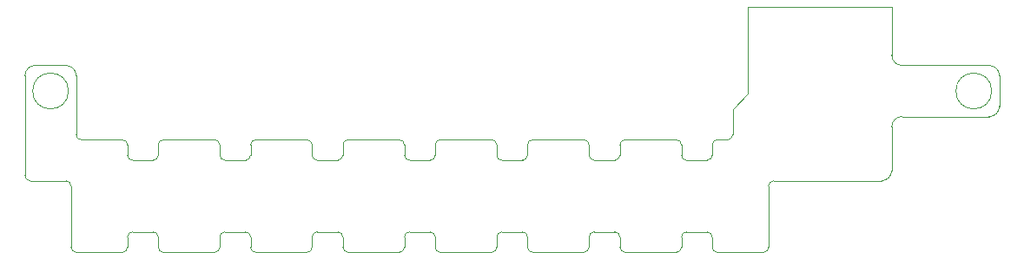
<source format=gm1>
G04 #@! TF.GenerationSoftware,KiCad,Pcbnew,(5.1.6-0-10_14)*
G04 #@! TF.CreationDate,2021-01-14T22:31:30+09:00*
G04 #@! TF.ProjectId,qPCR-photoarray-series,71504352-2d70-4686-9f74-6f6172726179,rev?*
G04 #@! TF.SameCoordinates,Original*
G04 #@! TF.FileFunction,Profile,NP*
%FSLAX46Y46*%
G04 Gerber Fmt 4.6, Leading zero omitted, Abs format (unit mm)*
G04 Created by KiCad (PCBNEW (5.1.6-0-10_14)) date 2021-01-14 22:31:30*
%MOMM*%
%LPD*%
G01*
G04 APERTURE LIST*
G04 #@! TA.AperFunction,Profile*
%ADD10C,0.100000*%
G04 #@! TD*
G04 APERTURE END LIST*
D10*
X179500000Y-100000000D02*
G75*
G02*
X179000000Y-100500000I-500000J0D01*
G01*
X178000000Y-100500000D02*
X179000000Y-100500000D01*
X115000000Y-105000000D02*
X115000000Y-111000000D01*
X111000000Y-104500000D02*
G75*
G02*
X110500000Y-104000000I0J500000D01*
G01*
X195000000Y-103500000D02*
G75*
G02*
X194000000Y-104500000I-1000000J0D01*
G01*
X183500000Y-104500000D02*
X194000000Y-104500000D01*
X175000000Y-109500000D02*
X177000000Y-109500000D01*
X166000000Y-109500000D02*
X168000000Y-109500000D01*
X157000000Y-109500000D02*
X159000000Y-109500000D01*
X148000000Y-109500000D02*
X150000000Y-109500000D01*
X139000000Y-109500000D02*
X141000000Y-109500000D01*
X130000000Y-109500000D02*
X132000000Y-109500000D01*
X121000000Y-109500000D02*
X123000000Y-109500000D01*
X111000000Y-104500000D02*
X114500000Y-104500000D01*
X121000000Y-102500000D02*
X123000000Y-102500000D01*
X130000000Y-102500000D02*
X132000000Y-102500000D01*
X139000000Y-102500000D02*
X141000000Y-102500000D01*
X150000000Y-102500000D02*
X148000000Y-102500000D01*
X159000000Y-102500000D02*
X157000000Y-102500000D01*
X168000000Y-102500000D02*
X166000000Y-102500000D01*
X177000000Y-102500000D02*
X175000000Y-102500000D01*
X116000000Y-100500000D02*
X120000000Y-100500000D01*
X177500000Y-102000000D02*
G75*
G02*
X177000000Y-102500000I-500000J0D01*
G01*
X177500000Y-101000000D02*
G75*
G02*
X178000000Y-100500000I500000J0D01*
G01*
X177500000Y-101000000D02*
X177500000Y-102000000D01*
X121000000Y-102500000D02*
G75*
G02*
X120500000Y-102000000I0J500000D01*
G01*
X120000000Y-100500000D02*
G75*
G02*
X120500000Y-101000000I0J-500000D01*
G01*
X116000000Y-100500000D02*
G75*
G02*
X115500000Y-100000000I0J500000D01*
G01*
X120500000Y-101000000D02*
X120500000Y-102000000D01*
X123500000Y-101000000D02*
X123500000Y-102000000D01*
X124000000Y-100500000D02*
X129000000Y-100500000D01*
X123500000Y-101000000D02*
G75*
G02*
X124000000Y-100500000I500000J0D01*
G01*
X130000000Y-102500000D02*
G75*
G02*
X129500000Y-102000000I0J500000D01*
G01*
X129000000Y-100500000D02*
G75*
G02*
X129500000Y-101000000I0J-500000D01*
G01*
X129500000Y-101000000D02*
X129500000Y-102000000D01*
X123500000Y-102000000D02*
G75*
G02*
X123000000Y-102500000I-500000J0D01*
G01*
X132500000Y-102000000D02*
G75*
G02*
X132000000Y-102500000I-500000J0D01*
G01*
X132500000Y-101000000D02*
G75*
G02*
X133000000Y-100500000I500000J0D01*
G01*
X133000000Y-100500000D02*
X138000000Y-100500000D01*
X138500000Y-101000000D02*
X138500000Y-102000000D01*
X139000000Y-102500000D02*
G75*
G02*
X138500000Y-102000000I0J500000D01*
G01*
X138000000Y-100500000D02*
G75*
G02*
X138500000Y-101000000I0J-500000D01*
G01*
X132500000Y-101000000D02*
X132500000Y-102000000D01*
X148000000Y-102500000D02*
G75*
G02*
X147500000Y-102000000I0J500000D01*
G01*
X141500000Y-101000000D02*
X141500000Y-102000000D01*
X147000000Y-100500000D02*
G75*
G02*
X147500000Y-101000000I0J-500000D01*
G01*
X141500000Y-102000000D02*
G75*
G02*
X141000000Y-102500000I-500000J0D01*
G01*
X147500000Y-101000000D02*
X147500000Y-102000000D01*
X142000000Y-100500000D02*
X147000000Y-100500000D01*
X141500000Y-101000000D02*
G75*
G02*
X142000000Y-100500000I500000J0D01*
G01*
X150500000Y-102000000D02*
G75*
G02*
X150000000Y-102500000I-500000J0D01*
G01*
X150500000Y-101000000D02*
G75*
G02*
X151000000Y-100500000I500000J0D01*
G01*
X151000000Y-100500000D02*
X156000000Y-100500000D01*
X156000000Y-100500000D02*
G75*
G02*
X156500000Y-101000000I0J-500000D01*
G01*
X157000000Y-102500000D02*
G75*
G02*
X156500000Y-102000000I0J500000D01*
G01*
X150500000Y-101000000D02*
X150500000Y-102000000D01*
X156500000Y-101000000D02*
X156500000Y-102000000D01*
X159500000Y-102000000D02*
G75*
G02*
X159000000Y-102500000I-500000J0D01*
G01*
X159500000Y-101000000D02*
G75*
G02*
X160000000Y-100500000I500000J0D01*
G01*
X165500000Y-101000000D02*
X165500000Y-102000000D01*
X165000000Y-100500000D02*
G75*
G02*
X165500000Y-101000000I0J-500000D01*
G01*
X160000000Y-100500000D02*
X165000000Y-100500000D01*
X166000000Y-102500000D02*
G75*
G02*
X165500000Y-102000000I0J500000D01*
G01*
X159500000Y-101000000D02*
X159500000Y-102000000D01*
X168500000Y-101000000D02*
G75*
G02*
X169000000Y-100500000I500000J0D01*
G01*
X168500000Y-102000000D02*
G75*
G02*
X168000000Y-102500000I-500000J0D01*
G01*
X175000000Y-102500000D02*
G75*
G02*
X174500000Y-102000000I0J500000D01*
G01*
X168500000Y-101000000D02*
X168500000Y-102000000D01*
X174500000Y-101000000D02*
X174500000Y-102000000D01*
X174000000Y-100500000D02*
G75*
G02*
X174500000Y-101000000I0J-500000D01*
G01*
X169000000Y-100500000D02*
X174000000Y-100500000D01*
X177000000Y-109500000D02*
G75*
G02*
X177500000Y-110000000I0J-500000D01*
G01*
X177500000Y-111000000D02*
X177500000Y-110000000D01*
X178000000Y-111500000D02*
G75*
G02*
X177500000Y-111000000I0J500000D01*
G01*
X183000000Y-105000000D02*
G75*
G02*
X183500000Y-104500000I500000J0D01*
G01*
X182500000Y-111500000D02*
X178000000Y-111500000D01*
X183000000Y-111000000D02*
X183000000Y-105000000D01*
X183000000Y-111000000D02*
G75*
G02*
X182500000Y-111500000I-500000J0D01*
G01*
X174500000Y-111000000D02*
X174500000Y-110000000D01*
X174500000Y-110000000D02*
G75*
G02*
X175000000Y-109500000I500000J0D01*
G01*
X168000000Y-109500000D02*
G75*
G02*
X168500000Y-110000000I0J-500000D01*
G01*
X168500000Y-111000000D02*
X168500000Y-110000000D01*
X174500000Y-111000000D02*
G75*
G02*
X174000000Y-111500000I-500000J0D01*
G01*
X169000000Y-111500000D02*
G75*
G02*
X168500000Y-111000000I0J500000D01*
G01*
X174000000Y-111500000D02*
X169000000Y-111500000D01*
X165500000Y-110000000D02*
G75*
G02*
X166000000Y-109500000I500000J0D01*
G01*
X159500000Y-111000000D02*
X159500000Y-110000000D01*
X165500000Y-111000000D02*
G75*
G02*
X165000000Y-111500000I-500000J0D01*
G01*
X165000000Y-111500000D02*
X160000000Y-111500000D01*
X159000000Y-109500000D02*
G75*
G02*
X159500000Y-110000000I0J-500000D01*
G01*
X160000000Y-111500000D02*
G75*
G02*
X159500000Y-111000000I0J500000D01*
G01*
X165500000Y-111000000D02*
X165500000Y-110000000D01*
X150000000Y-109500000D02*
G75*
G02*
X150500000Y-110000000I0J-500000D01*
G01*
X151000000Y-111500000D02*
G75*
G02*
X150500000Y-111000000I0J500000D01*
G01*
X156500000Y-111000000D02*
X156500000Y-110000000D01*
X156500000Y-111000000D02*
G75*
G02*
X156000000Y-111500000I-500000J0D01*
G01*
X156000000Y-111500000D02*
X151000000Y-111500000D01*
X156500000Y-110000000D02*
G75*
G02*
X157000000Y-109500000I500000J0D01*
G01*
X150500000Y-111000000D02*
X150500000Y-110000000D01*
X147500000Y-111000000D02*
X147500000Y-110000000D01*
X141000000Y-109500000D02*
G75*
G02*
X141500000Y-110000000I0J-500000D01*
G01*
X141500000Y-111000000D02*
X141500000Y-110000000D01*
X147500000Y-110000000D02*
G75*
G02*
X148000000Y-109500000I500000J0D01*
G01*
X147500000Y-111000000D02*
G75*
G02*
X147000000Y-111500000I-500000J0D01*
G01*
X147000000Y-111500000D02*
X142000000Y-111500000D01*
X142000000Y-111500000D02*
G75*
G02*
X141500000Y-111000000I0J500000D01*
G01*
X138500000Y-111000000D02*
X138500000Y-110000000D01*
X138500000Y-110000000D02*
G75*
G02*
X139000000Y-109500000I500000J0D01*
G01*
X138500000Y-111000000D02*
G75*
G02*
X138000000Y-111500000I-500000J0D01*
G01*
X138000000Y-111500000D02*
X133000000Y-111500000D01*
X132000000Y-109500000D02*
G75*
G02*
X132500000Y-110000000I0J-500000D01*
G01*
X132500000Y-111000000D02*
X132500000Y-110000000D01*
X133000000Y-111500000D02*
G75*
G02*
X132500000Y-111000000I0J500000D01*
G01*
X129500000Y-111000000D02*
X129500000Y-110000000D01*
X129500000Y-110000000D02*
G75*
G02*
X130000000Y-109500000I500000J0D01*
G01*
X129500000Y-111000000D02*
G75*
G02*
X129000000Y-111500000I-500000J0D01*
G01*
X123500000Y-111000000D02*
X123500000Y-110000000D01*
X123000000Y-109500000D02*
G75*
G02*
X123500000Y-110000000I0J-500000D01*
G01*
X129000000Y-111500000D02*
X124000000Y-111500000D01*
X124000000Y-111500000D02*
G75*
G02*
X123500000Y-111000000I0J500000D01*
G01*
X120500000Y-110000000D02*
G75*
G02*
X121000000Y-109500000I500000J0D01*
G01*
X114500000Y-104500000D02*
G75*
G02*
X115000000Y-105000000I0J-500000D01*
G01*
X120500000Y-111000000D02*
X120500000Y-110000000D01*
X120500000Y-111000000D02*
G75*
G02*
X120000000Y-111500000I-500000J0D01*
G01*
X115500000Y-111500000D02*
G75*
G02*
X115000000Y-111000000I0J500000D01*
G01*
X120000000Y-111500000D02*
X115500000Y-111500000D01*
X114500000Y-93230000D02*
G75*
G02*
X115500000Y-94230000I0J-1000000D01*
G01*
X110500000Y-94230000D02*
G75*
G02*
X111500000Y-93230000I1000000J0D01*
G01*
X111500000Y-93230000D02*
X114500000Y-93230000D01*
X110500000Y-104000000D02*
X110500000Y-94230000D01*
X115500000Y-100000000D02*
X115500000Y-94230000D01*
X114750000Y-95730000D02*
G75*
G03*
X114750000Y-95730000I-1750000J0D01*
G01*
X204750000Y-95730000D02*
G75*
G03*
X204750000Y-95730000I-1750000J0D01*
G01*
X196000000Y-93230000D02*
G75*
G02*
X195000000Y-92230000I0J1000000D01*
G01*
X195000000Y-99230000D02*
G75*
G02*
X196000000Y-98230000I1000000J0D01*
G01*
X195000000Y-92230000D02*
X195000000Y-87500000D01*
X205500000Y-97230000D02*
G75*
G02*
X204500000Y-98230000I-1000000J0D01*
G01*
X204500000Y-93230000D02*
G75*
G02*
X205500000Y-94230000I0J-1000000D01*
G01*
X196000000Y-98230000D02*
X204500000Y-98230000D01*
X205500000Y-94230000D02*
X205500000Y-97230000D01*
X196000000Y-93230000D02*
X204500000Y-93230000D01*
X181000000Y-96000000D02*
X181000000Y-93000000D01*
X179500000Y-97500000D02*
X181000000Y-96000000D01*
X179500000Y-100000000D02*
X179500000Y-97500000D01*
X181000000Y-87500000D02*
X195000000Y-87500000D01*
X181000000Y-93000000D02*
X181000000Y-87500000D01*
X195000000Y-103500000D02*
X195000000Y-99230000D01*
M02*

</source>
